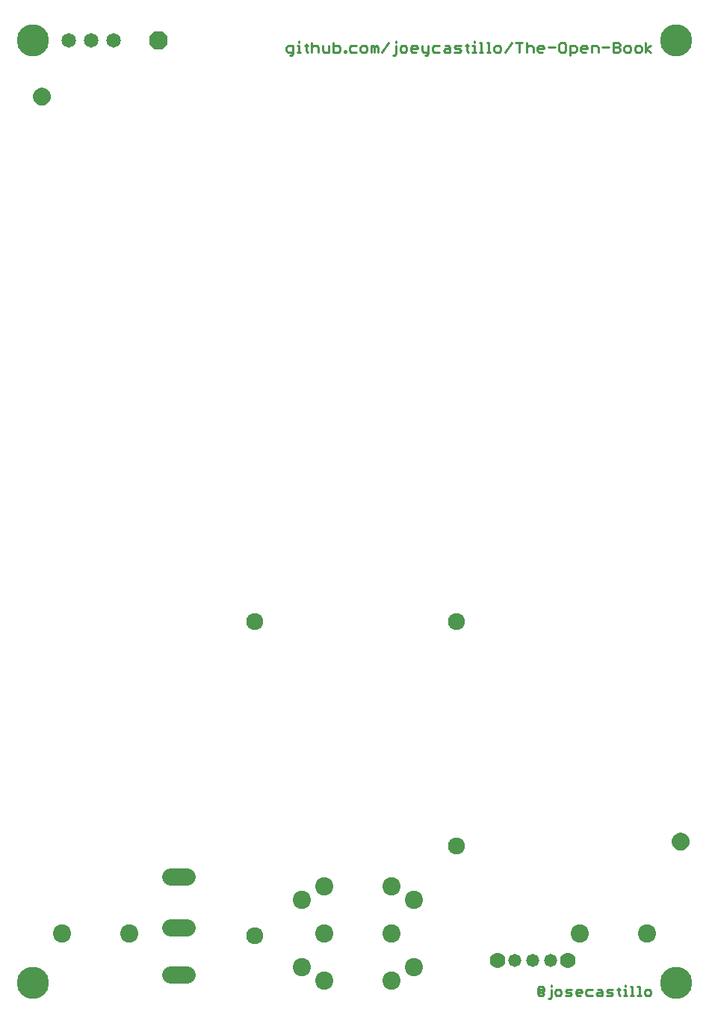
<source format=gbr>
G04 EAGLE Gerber X2 export*
%TF.Part,Single*%
%TF.FileFunction,Soldermask,Top,1*%
%TF.FilePolarity,Negative*%
%TF.GenerationSoftware,Autodesk,EAGLE,9.1.0*%
%TF.CreationDate,2019-10-14T18:10:00Z*%
G75*
%MOMM*%
%FSLAX34Y34*%
%LPD*%
%AMOC8*
5,1,8,0,0,1.08239X$1,22.5*%
G01*
%ADD10C,0.228600*%
%ADD11C,1.927000*%
%ADD12C,2.057400*%
%ADD13C,1.777000*%
%ADD14C,1.477000*%
%ADD15C,1.651000*%
%ADD16C,1.927000*%
%ADD17C,3.643000*%
%ADD18C,1.127000*%
%ADD19C,0.500000*%
%ADD20P,2.226909X8X202.500000*%


D10*
X599460Y10500D02*
X597723Y8763D01*
X594248Y8763D01*
X592511Y10500D01*
X592511Y17449D01*
X594248Y19186D01*
X597723Y19186D01*
X599460Y17449D01*
X599460Y13974D01*
X597723Y12237D01*
X594248Y12237D01*
X594248Y15712D01*
X597723Y15712D01*
X597723Y12237D01*
X604205Y5289D02*
X605942Y5289D01*
X607679Y7026D01*
X607679Y15712D01*
X607679Y19186D02*
X607679Y20923D01*
X613738Y8763D02*
X617212Y8763D01*
X618950Y10500D01*
X618950Y13974D01*
X617212Y15712D01*
X613738Y15712D01*
X612001Y13974D01*
X612001Y10500D01*
X613738Y8763D01*
X623695Y8763D02*
X628906Y8763D01*
X630644Y10500D01*
X628906Y12237D01*
X625432Y12237D01*
X623695Y13974D01*
X625432Y15712D01*
X630644Y15712D01*
X637126Y8763D02*
X640600Y8763D01*
X637126Y8763D02*
X635389Y10500D01*
X635389Y13974D01*
X637126Y15712D01*
X640600Y15712D01*
X642338Y13974D01*
X642338Y12237D01*
X635389Y12237D01*
X648820Y15712D02*
X654032Y15712D01*
X648820Y15712D02*
X647083Y13974D01*
X647083Y10500D01*
X648820Y8763D01*
X654032Y8763D01*
X660514Y15712D02*
X663988Y15712D01*
X665725Y13974D01*
X665725Y8763D01*
X660514Y8763D01*
X658777Y10500D01*
X660514Y12237D01*
X665725Y12237D01*
X670471Y8763D02*
X675682Y8763D01*
X677419Y10500D01*
X675682Y12237D01*
X672208Y12237D01*
X670471Y13974D01*
X672208Y15712D01*
X677419Y15712D01*
X683902Y17449D02*
X683902Y10500D01*
X685639Y8763D01*
X685639Y15712D02*
X682165Y15712D01*
X689961Y15712D02*
X691698Y15712D01*
X691698Y8763D01*
X689961Y8763D02*
X693435Y8763D01*
X691698Y19186D02*
X691698Y20923D01*
X697757Y19186D02*
X699494Y19186D01*
X699494Y8763D01*
X697757Y8763D02*
X701231Y8763D01*
X705553Y19186D02*
X707290Y19186D01*
X707290Y8763D01*
X705553Y8763D02*
X709027Y8763D01*
X715086Y8763D02*
X718560Y8763D01*
X720297Y10500D01*
X720297Y13974D01*
X718560Y15712D01*
X715086Y15712D01*
X713349Y13974D01*
X713349Y10500D01*
X715086Y8763D01*
X313097Y1072829D02*
X311254Y1072829D01*
X313097Y1072829D02*
X314940Y1074672D01*
X314940Y1083888D01*
X309410Y1083888D01*
X307567Y1082045D01*
X307567Y1078359D01*
X309410Y1076516D01*
X314940Y1076516D01*
X319846Y1083888D02*
X321689Y1083888D01*
X321689Y1076516D01*
X319846Y1076516D02*
X323532Y1076516D01*
X321689Y1087574D02*
X321689Y1089417D01*
X329875Y1085731D02*
X329875Y1078359D01*
X331718Y1076516D01*
X331718Y1083888D02*
X328032Y1083888D01*
X336218Y1087574D02*
X336218Y1076516D01*
X336218Y1082045D02*
X338061Y1083888D01*
X341747Y1083888D01*
X343590Y1082045D01*
X343590Y1076516D01*
X348496Y1078359D02*
X348496Y1083888D01*
X348496Y1078359D02*
X350339Y1076516D01*
X355869Y1076516D01*
X355869Y1083888D01*
X360775Y1087574D02*
X360775Y1076516D01*
X366304Y1076516D01*
X368147Y1078359D01*
X368147Y1082045D01*
X366304Y1083888D01*
X360775Y1083888D01*
X373054Y1078359D02*
X373054Y1076516D01*
X373054Y1078359D02*
X374897Y1078359D01*
X374897Y1076516D01*
X373054Y1076516D01*
X381036Y1083888D02*
X386565Y1083888D01*
X381036Y1083888D02*
X379193Y1082045D01*
X379193Y1078359D01*
X381036Y1076516D01*
X386565Y1076516D01*
X393315Y1076516D02*
X397001Y1076516D01*
X398844Y1078359D01*
X398844Y1082045D01*
X397001Y1083888D01*
X393315Y1083888D01*
X391472Y1082045D01*
X391472Y1078359D01*
X393315Y1076516D01*
X403750Y1076516D02*
X403750Y1083888D01*
X405594Y1083888D01*
X407437Y1082045D01*
X407437Y1076516D01*
X407437Y1082045D02*
X409280Y1083888D01*
X411123Y1082045D01*
X411123Y1076516D01*
X416029Y1076516D02*
X423401Y1087574D01*
X428308Y1072829D02*
X430151Y1072829D01*
X431994Y1074672D01*
X431994Y1083888D01*
X431994Y1087574D02*
X431994Y1089417D01*
X438337Y1076516D02*
X442023Y1076516D01*
X443866Y1078359D01*
X443866Y1082045D01*
X442023Y1083888D01*
X438337Y1083888D01*
X436494Y1082045D01*
X436494Y1078359D01*
X438337Y1076516D01*
X450615Y1076516D02*
X454302Y1076516D01*
X450615Y1076516D02*
X448772Y1078359D01*
X448772Y1082045D01*
X450615Y1083888D01*
X454302Y1083888D01*
X456145Y1082045D01*
X456145Y1080202D01*
X448772Y1080202D01*
X461051Y1078359D02*
X461051Y1083888D01*
X461051Y1078359D02*
X462894Y1076516D01*
X468423Y1076516D01*
X468423Y1074672D02*
X468423Y1083888D01*
X468423Y1074672D02*
X466580Y1072829D01*
X464737Y1072829D01*
X475173Y1083888D02*
X480702Y1083888D01*
X475173Y1083888D02*
X473330Y1082045D01*
X473330Y1078359D01*
X475173Y1076516D01*
X480702Y1076516D01*
X487451Y1083888D02*
X491138Y1083888D01*
X492981Y1082045D01*
X492981Y1076516D01*
X487451Y1076516D01*
X485608Y1078359D01*
X487451Y1080202D01*
X492981Y1080202D01*
X497887Y1076516D02*
X503416Y1076516D01*
X505259Y1078359D01*
X503416Y1080202D01*
X499730Y1080202D01*
X497887Y1082045D01*
X499730Y1083888D01*
X505259Y1083888D01*
X512009Y1085731D02*
X512009Y1078359D01*
X513852Y1076516D01*
X513852Y1083888D02*
X510166Y1083888D01*
X518352Y1083888D02*
X520195Y1083888D01*
X520195Y1076516D01*
X518352Y1076516D02*
X522038Y1076516D01*
X520195Y1087574D02*
X520195Y1089417D01*
X526537Y1087574D02*
X528380Y1087574D01*
X528380Y1076516D01*
X526537Y1076516D02*
X530223Y1076516D01*
X534723Y1087574D02*
X536566Y1087574D01*
X536566Y1076516D01*
X534723Y1076516D02*
X538409Y1076516D01*
X544752Y1076516D02*
X548438Y1076516D01*
X550281Y1078359D01*
X550281Y1082045D01*
X548438Y1083888D01*
X544752Y1083888D01*
X542909Y1082045D01*
X542909Y1078359D01*
X544752Y1076516D01*
X555188Y1076516D02*
X562560Y1087574D01*
X571152Y1087574D02*
X571152Y1076516D01*
X567466Y1087574D02*
X574839Y1087574D01*
X579745Y1087574D02*
X579745Y1076516D01*
X579745Y1082045D02*
X581588Y1083888D01*
X585274Y1083888D01*
X587117Y1082045D01*
X587117Y1076516D01*
X593867Y1076516D02*
X597553Y1076516D01*
X593867Y1076516D02*
X592024Y1078359D01*
X592024Y1082045D01*
X593867Y1083888D01*
X597553Y1083888D01*
X599396Y1082045D01*
X599396Y1080202D01*
X592024Y1080202D01*
X604302Y1082045D02*
X611675Y1082045D01*
X618424Y1087574D02*
X622110Y1087574D01*
X618424Y1087574D02*
X616581Y1085731D01*
X616581Y1078359D01*
X618424Y1076516D01*
X622110Y1076516D01*
X623953Y1078359D01*
X623953Y1085731D01*
X622110Y1087574D01*
X628860Y1083888D02*
X628860Y1072829D01*
X628860Y1083888D02*
X634389Y1083888D01*
X636232Y1082045D01*
X636232Y1078359D01*
X634389Y1076516D01*
X628860Y1076516D01*
X642981Y1076516D02*
X646668Y1076516D01*
X642981Y1076516D02*
X641138Y1078359D01*
X641138Y1082045D01*
X642981Y1083888D01*
X646668Y1083888D01*
X648511Y1082045D01*
X648511Y1080202D01*
X641138Y1080202D01*
X653417Y1076516D02*
X653417Y1083888D01*
X658946Y1083888D01*
X660789Y1082045D01*
X660789Y1076516D01*
X665696Y1082045D02*
X673068Y1082045D01*
X677974Y1076516D02*
X677974Y1087574D01*
X683504Y1087574D01*
X685347Y1085731D01*
X685347Y1083888D01*
X683504Y1082045D01*
X685347Y1080202D01*
X685347Y1078359D01*
X683504Y1076516D01*
X677974Y1076516D01*
X677974Y1082045D02*
X683504Y1082045D01*
X692096Y1076516D02*
X695782Y1076516D01*
X697625Y1078359D01*
X697625Y1082045D01*
X695782Y1083888D01*
X692096Y1083888D01*
X690253Y1082045D01*
X690253Y1078359D01*
X692096Y1076516D01*
X704375Y1076516D02*
X708061Y1076516D01*
X709904Y1078359D01*
X709904Y1082045D01*
X708061Y1083888D01*
X704375Y1083888D01*
X702532Y1082045D01*
X702532Y1078359D01*
X704375Y1076516D01*
X714810Y1076516D02*
X714810Y1087574D01*
X714810Y1080202D02*
X720340Y1076516D01*
X714810Y1080202D02*
X720340Y1083888D01*
D11*
X500380Y177800D03*
X500380Y431800D03*
X271780Y76200D03*
X271780Y431800D03*
D12*
X426720Y132080D03*
X350520Y132080D03*
X716280Y78740D03*
X640080Y78740D03*
X426720Y25400D03*
X350520Y25400D03*
X426720Y78740D03*
X350520Y78740D03*
D13*
X626740Y48260D03*
X546740Y48260D03*
D14*
X606740Y48260D03*
X586740Y48260D03*
X566740Y48260D03*
D12*
X53340Y78740D03*
X129540Y78740D03*
X452120Y116840D03*
X452120Y40640D03*
X325120Y40640D03*
X325120Y116840D03*
D15*
X111760Y1089660D03*
X86360Y1089660D03*
X60960Y1089660D03*
D16*
X176420Y32130D02*
X194420Y32130D01*
X194420Y86130D02*
X176420Y86130D01*
X176420Y143130D02*
X194420Y143130D01*
D17*
X20320Y22860D03*
X749300Y22860D03*
D18*
X754380Y182880D03*
D19*
X754380Y190380D02*
X754199Y190378D01*
X754018Y190371D01*
X753837Y190360D01*
X753656Y190345D01*
X753476Y190325D01*
X753296Y190301D01*
X753117Y190273D01*
X752939Y190240D01*
X752762Y190203D01*
X752585Y190162D01*
X752410Y190117D01*
X752235Y190067D01*
X752062Y190013D01*
X751891Y189955D01*
X751720Y189893D01*
X751552Y189826D01*
X751385Y189756D01*
X751219Y189682D01*
X751056Y189603D01*
X750895Y189521D01*
X750735Y189435D01*
X750578Y189345D01*
X750423Y189251D01*
X750270Y189154D01*
X750120Y189052D01*
X749972Y188948D01*
X749826Y188839D01*
X749684Y188728D01*
X749544Y188612D01*
X749407Y188494D01*
X749272Y188372D01*
X749141Y188247D01*
X749013Y188119D01*
X748888Y187988D01*
X748766Y187853D01*
X748648Y187716D01*
X748532Y187576D01*
X748421Y187434D01*
X748312Y187288D01*
X748208Y187140D01*
X748106Y186990D01*
X748009Y186837D01*
X747915Y186682D01*
X747825Y186525D01*
X747739Y186365D01*
X747657Y186204D01*
X747578Y186041D01*
X747504Y185875D01*
X747434Y185708D01*
X747367Y185540D01*
X747305Y185369D01*
X747247Y185198D01*
X747193Y185025D01*
X747143Y184850D01*
X747098Y184675D01*
X747057Y184498D01*
X747020Y184321D01*
X746987Y184143D01*
X746959Y183964D01*
X746935Y183784D01*
X746915Y183604D01*
X746900Y183423D01*
X746889Y183242D01*
X746882Y183061D01*
X746880Y182880D01*
X754380Y190380D02*
X754561Y190378D01*
X754742Y190371D01*
X754923Y190360D01*
X755104Y190345D01*
X755284Y190325D01*
X755464Y190301D01*
X755643Y190273D01*
X755821Y190240D01*
X755998Y190203D01*
X756175Y190162D01*
X756350Y190117D01*
X756525Y190067D01*
X756698Y190013D01*
X756869Y189955D01*
X757040Y189893D01*
X757208Y189826D01*
X757375Y189756D01*
X757541Y189682D01*
X757704Y189603D01*
X757865Y189521D01*
X758025Y189435D01*
X758182Y189345D01*
X758337Y189251D01*
X758490Y189154D01*
X758640Y189052D01*
X758788Y188948D01*
X758934Y188839D01*
X759076Y188728D01*
X759216Y188612D01*
X759353Y188494D01*
X759488Y188372D01*
X759619Y188247D01*
X759747Y188119D01*
X759872Y187988D01*
X759994Y187853D01*
X760112Y187716D01*
X760228Y187576D01*
X760339Y187434D01*
X760448Y187288D01*
X760552Y187140D01*
X760654Y186990D01*
X760751Y186837D01*
X760845Y186682D01*
X760935Y186525D01*
X761021Y186365D01*
X761103Y186204D01*
X761182Y186041D01*
X761256Y185875D01*
X761326Y185708D01*
X761393Y185540D01*
X761455Y185369D01*
X761513Y185198D01*
X761567Y185025D01*
X761617Y184850D01*
X761662Y184675D01*
X761703Y184498D01*
X761740Y184321D01*
X761773Y184143D01*
X761801Y183964D01*
X761825Y183784D01*
X761845Y183604D01*
X761860Y183423D01*
X761871Y183242D01*
X761878Y183061D01*
X761880Y182880D01*
X761878Y182699D01*
X761871Y182518D01*
X761860Y182337D01*
X761845Y182156D01*
X761825Y181976D01*
X761801Y181796D01*
X761773Y181617D01*
X761740Y181439D01*
X761703Y181262D01*
X761662Y181085D01*
X761617Y180910D01*
X761567Y180735D01*
X761513Y180562D01*
X761455Y180391D01*
X761393Y180220D01*
X761326Y180052D01*
X761256Y179885D01*
X761182Y179719D01*
X761103Y179556D01*
X761021Y179395D01*
X760935Y179235D01*
X760845Y179078D01*
X760751Y178923D01*
X760654Y178770D01*
X760552Y178620D01*
X760448Y178472D01*
X760339Y178326D01*
X760228Y178184D01*
X760112Y178044D01*
X759994Y177907D01*
X759872Y177772D01*
X759747Y177641D01*
X759619Y177513D01*
X759488Y177388D01*
X759353Y177266D01*
X759216Y177148D01*
X759076Y177032D01*
X758934Y176921D01*
X758788Y176812D01*
X758640Y176708D01*
X758490Y176606D01*
X758337Y176509D01*
X758182Y176415D01*
X758025Y176325D01*
X757865Y176239D01*
X757704Y176157D01*
X757541Y176078D01*
X757375Y176004D01*
X757208Y175934D01*
X757040Y175867D01*
X756869Y175805D01*
X756698Y175747D01*
X756525Y175693D01*
X756350Y175643D01*
X756175Y175598D01*
X755998Y175557D01*
X755821Y175520D01*
X755643Y175487D01*
X755464Y175459D01*
X755284Y175435D01*
X755104Y175415D01*
X754923Y175400D01*
X754742Y175389D01*
X754561Y175382D01*
X754380Y175380D01*
X754199Y175382D01*
X754018Y175389D01*
X753837Y175400D01*
X753656Y175415D01*
X753476Y175435D01*
X753296Y175459D01*
X753117Y175487D01*
X752939Y175520D01*
X752762Y175557D01*
X752585Y175598D01*
X752410Y175643D01*
X752235Y175693D01*
X752062Y175747D01*
X751891Y175805D01*
X751720Y175867D01*
X751552Y175934D01*
X751385Y176004D01*
X751219Y176078D01*
X751056Y176157D01*
X750895Y176239D01*
X750735Y176325D01*
X750578Y176415D01*
X750423Y176509D01*
X750270Y176606D01*
X750120Y176708D01*
X749972Y176812D01*
X749826Y176921D01*
X749684Y177032D01*
X749544Y177148D01*
X749407Y177266D01*
X749272Y177388D01*
X749141Y177513D01*
X749013Y177641D01*
X748888Y177772D01*
X748766Y177907D01*
X748648Y178044D01*
X748532Y178184D01*
X748421Y178326D01*
X748312Y178472D01*
X748208Y178620D01*
X748106Y178770D01*
X748009Y178923D01*
X747915Y179078D01*
X747825Y179235D01*
X747739Y179395D01*
X747657Y179556D01*
X747578Y179719D01*
X747504Y179885D01*
X747434Y180052D01*
X747367Y180220D01*
X747305Y180391D01*
X747247Y180562D01*
X747193Y180735D01*
X747143Y180910D01*
X747098Y181085D01*
X747057Y181262D01*
X747020Y181439D01*
X746987Y181617D01*
X746959Y181796D01*
X746935Y181976D01*
X746915Y182156D01*
X746900Y182337D01*
X746889Y182518D01*
X746882Y182699D01*
X746880Y182880D01*
D18*
X30480Y1026160D03*
D19*
X30480Y1033660D02*
X30299Y1033658D01*
X30118Y1033651D01*
X29937Y1033640D01*
X29756Y1033625D01*
X29576Y1033605D01*
X29396Y1033581D01*
X29217Y1033553D01*
X29039Y1033520D01*
X28862Y1033483D01*
X28685Y1033442D01*
X28510Y1033397D01*
X28335Y1033347D01*
X28162Y1033293D01*
X27991Y1033235D01*
X27820Y1033173D01*
X27652Y1033106D01*
X27485Y1033036D01*
X27319Y1032962D01*
X27156Y1032883D01*
X26995Y1032801D01*
X26835Y1032715D01*
X26678Y1032625D01*
X26523Y1032531D01*
X26370Y1032434D01*
X26220Y1032332D01*
X26072Y1032228D01*
X25926Y1032119D01*
X25784Y1032008D01*
X25644Y1031892D01*
X25507Y1031774D01*
X25372Y1031652D01*
X25241Y1031527D01*
X25113Y1031399D01*
X24988Y1031268D01*
X24866Y1031133D01*
X24748Y1030996D01*
X24632Y1030856D01*
X24521Y1030714D01*
X24412Y1030568D01*
X24308Y1030420D01*
X24206Y1030270D01*
X24109Y1030117D01*
X24015Y1029962D01*
X23925Y1029805D01*
X23839Y1029645D01*
X23757Y1029484D01*
X23678Y1029321D01*
X23604Y1029155D01*
X23534Y1028988D01*
X23467Y1028820D01*
X23405Y1028649D01*
X23347Y1028478D01*
X23293Y1028305D01*
X23243Y1028130D01*
X23198Y1027955D01*
X23157Y1027778D01*
X23120Y1027601D01*
X23087Y1027423D01*
X23059Y1027244D01*
X23035Y1027064D01*
X23015Y1026884D01*
X23000Y1026703D01*
X22989Y1026522D01*
X22982Y1026341D01*
X22980Y1026160D01*
X30480Y1033660D02*
X30661Y1033658D01*
X30842Y1033651D01*
X31023Y1033640D01*
X31204Y1033625D01*
X31384Y1033605D01*
X31564Y1033581D01*
X31743Y1033553D01*
X31921Y1033520D01*
X32098Y1033483D01*
X32275Y1033442D01*
X32450Y1033397D01*
X32625Y1033347D01*
X32798Y1033293D01*
X32969Y1033235D01*
X33140Y1033173D01*
X33308Y1033106D01*
X33475Y1033036D01*
X33641Y1032962D01*
X33804Y1032883D01*
X33965Y1032801D01*
X34125Y1032715D01*
X34282Y1032625D01*
X34437Y1032531D01*
X34590Y1032434D01*
X34740Y1032332D01*
X34888Y1032228D01*
X35034Y1032119D01*
X35176Y1032008D01*
X35316Y1031892D01*
X35453Y1031774D01*
X35588Y1031652D01*
X35719Y1031527D01*
X35847Y1031399D01*
X35972Y1031268D01*
X36094Y1031133D01*
X36212Y1030996D01*
X36328Y1030856D01*
X36439Y1030714D01*
X36548Y1030568D01*
X36652Y1030420D01*
X36754Y1030270D01*
X36851Y1030117D01*
X36945Y1029962D01*
X37035Y1029805D01*
X37121Y1029645D01*
X37203Y1029484D01*
X37282Y1029321D01*
X37356Y1029155D01*
X37426Y1028988D01*
X37493Y1028820D01*
X37555Y1028649D01*
X37613Y1028478D01*
X37667Y1028305D01*
X37717Y1028130D01*
X37762Y1027955D01*
X37803Y1027778D01*
X37840Y1027601D01*
X37873Y1027423D01*
X37901Y1027244D01*
X37925Y1027064D01*
X37945Y1026884D01*
X37960Y1026703D01*
X37971Y1026522D01*
X37978Y1026341D01*
X37980Y1026160D01*
X37978Y1025979D01*
X37971Y1025798D01*
X37960Y1025617D01*
X37945Y1025436D01*
X37925Y1025256D01*
X37901Y1025076D01*
X37873Y1024897D01*
X37840Y1024719D01*
X37803Y1024542D01*
X37762Y1024365D01*
X37717Y1024190D01*
X37667Y1024015D01*
X37613Y1023842D01*
X37555Y1023671D01*
X37493Y1023500D01*
X37426Y1023332D01*
X37356Y1023165D01*
X37282Y1022999D01*
X37203Y1022836D01*
X37121Y1022675D01*
X37035Y1022515D01*
X36945Y1022358D01*
X36851Y1022203D01*
X36754Y1022050D01*
X36652Y1021900D01*
X36548Y1021752D01*
X36439Y1021606D01*
X36328Y1021464D01*
X36212Y1021324D01*
X36094Y1021187D01*
X35972Y1021052D01*
X35847Y1020921D01*
X35719Y1020793D01*
X35588Y1020668D01*
X35453Y1020546D01*
X35316Y1020428D01*
X35176Y1020312D01*
X35034Y1020201D01*
X34888Y1020092D01*
X34740Y1019988D01*
X34590Y1019886D01*
X34437Y1019789D01*
X34282Y1019695D01*
X34125Y1019605D01*
X33965Y1019519D01*
X33804Y1019437D01*
X33641Y1019358D01*
X33475Y1019284D01*
X33308Y1019214D01*
X33140Y1019147D01*
X32969Y1019085D01*
X32798Y1019027D01*
X32625Y1018973D01*
X32450Y1018923D01*
X32275Y1018878D01*
X32098Y1018837D01*
X31921Y1018800D01*
X31743Y1018767D01*
X31564Y1018739D01*
X31384Y1018715D01*
X31204Y1018695D01*
X31023Y1018680D01*
X30842Y1018669D01*
X30661Y1018662D01*
X30480Y1018660D01*
X30299Y1018662D01*
X30118Y1018669D01*
X29937Y1018680D01*
X29756Y1018695D01*
X29576Y1018715D01*
X29396Y1018739D01*
X29217Y1018767D01*
X29039Y1018800D01*
X28862Y1018837D01*
X28685Y1018878D01*
X28510Y1018923D01*
X28335Y1018973D01*
X28162Y1019027D01*
X27991Y1019085D01*
X27820Y1019147D01*
X27652Y1019214D01*
X27485Y1019284D01*
X27319Y1019358D01*
X27156Y1019437D01*
X26995Y1019519D01*
X26835Y1019605D01*
X26678Y1019695D01*
X26523Y1019789D01*
X26370Y1019886D01*
X26220Y1019988D01*
X26072Y1020092D01*
X25926Y1020201D01*
X25784Y1020312D01*
X25644Y1020428D01*
X25507Y1020546D01*
X25372Y1020668D01*
X25241Y1020793D01*
X25113Y1020921D01*
X24988Y1021052D01*
X24866Y1021187D01*
X24748Y1021324D01*
X24632Y1021464D01*
X24521Y1021606D01*
X24412Y1021752D01*
X24308Y1021900D01*
X24206Y1022050D01*
X24109Y1022203D01*
X24015Y1022358D01*
X23925Y1022515D01*
X23839Y1022675D01*
X23757Y1022836D01*
X23678Y1022999D01*
X23604Y1023165D01*
X23534Y1023332D01*
X23467Y1023500D01*
X23405Y1023671D01*
X23347Y1023842D01*
X23293Y1024015D01*
X23243Y1024190D01*
X23198Y1024365D01*
X23157Y1024542D01*
X23120Y1024719D01*
X23087Y1024897D01*
X23059Y1025076D01*
X23035Y1025256D01*
X23015Y1025436D01*
X23000Y1025617D01*
X22989Y1025798D01*
X22982Y1025979D01*
X22980Y1026160D01*
D17*
X20320Y1089660D03*
X749300Y1089660D03*
D20*
X162560Y1089660D03*
M02*

</source>
